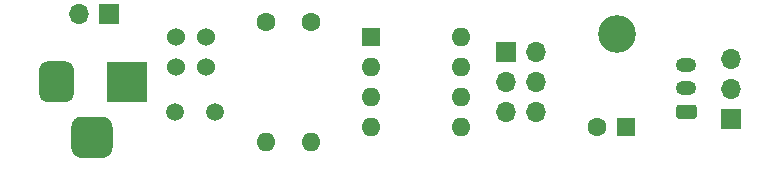
<source format=gbs>
%TF.GenerationSoftware,KiCad,Pcbnew,5.99.0+really5.1.10+dfsg1-1*%
%TF.CreationDate,2022-02-16T19:45:23+00:00*%
%TF.ProjectId,mayor,6d61796f-722e-46b6-9963-61645f706362,rev?*%
%TF.SameCoordinates,Original*%
%TF.FileFunction,Soldermask,Bot*%
%TF.FilePolarity,Negative*%
%FSLAX46Y46*%
G04 Gerber Fmt 4.6, Leading zero omitted, Abs format (unit mm)*
G04 Created by KiCad (PCBNEW 5.99.0+really5.1.10+dfsg1-1) date 2022-02-16 19:45:23*
%MOMM*%
%LPD*%
G01*
G04 APERTURE LIST*
%ADD10C,3.200000*%
%ADD11R,1.700000X1.700000*%
%ADD12O,1.700000X1.700000*%
%ADD13R,1.600000X1.600000*%
%ADD14O,1.600000X1.600000*%
%ADD15C,1.600000*%
%ADD16R,3.500000X3.500000*%
%ADD17O,1.750000X1.200000*%
%ADD18C,1.500000*%
%ADD19C,1.524000*%
G04 APERTURE END LIST*
D10*
%TO.C,REF\u002A\u002A*%
X130000000Y-94000000D03*
%TD*%
D11*
%TO.C,J2*%
X120650000Y-95520000D03*
D12*
X123190000Y-95520000D03*
X120650000Y-98060000D03*
X123190000Y-98060000D03*
X120650000Y-100600000D03*
X123190000Y-100600000D03*
%TD*%
D13*
%TO.C,U1*%
X109220000Y-94250000D03*
D14*
X116840000Y-101870000D03*
X109220000Y-96790000D03*
X116840000Y-99330000D03*
X109220000Y-99330000D03*
X116840000Y-96790000D03*
X109220000Y-101870000D03*
X116840000Y-94250000D03*
%TD*%
D13*
%TO.C,C1*%
X130810000Y-101870000D03*
D15*
X128310000Y-101870000D03*
%TD*%
D16*
%TO.C,J1*%
X88550000Y-98060000D03*
G36*
G01*
X81050000Y-99060000D02*
X81050000Y-97060000D01*
G75*
G02*
X81800000Y-96310000I750000J0D01*
G01*
X83300000Y-96310000D01*
G75*
G02*
X84050000Y-97060000I0J-750000D01*
G01*
X84050000Y-99060000D01*
G75*
G02*
X83300000Y-99810000I-750000J0D01*
G01*
X81800000Y-99810000D01*
G75*
G02*
X81050000Y-99060000I0J750000D01*
G01*
G37*
G36*
G01*
X83800000Y-103635000D02*
X83800000Y-101885000D01*
G75*
G02*
X84675000Y-101010000I875000J0D01*
G01*
X86425000Y-101010000D01*
G75*
G02*
X87300000Y-101885000I0J-875000D01*
G01*
X87300000Y-103635000D01*
G75*
G02*
X86425000Y-104510000I-875000J0D01*
G01*
X84675000Y-104510000D01*
G75*
G02*
X83800000Y-103635000I0J875000D01*
G01*
G37*
%TD*%
%TO.C,J3*%
G36*
G01*
X136515001Y-101200000D02*
X135264999Y-101200000D01*
G75*
G02*
X135015000Y-100950001I0J249999D01*
G01*
X135015000Y-100249999D01*
G75*
G02*
X135264999Y-100000000I249999J0D01*
G01*
X136515001Y-100000000D01*
G75*
G02*
X136765000Y-100249999I0J-249999D01*
G01*
X136765000Y-100950001D01*
G75*
G02*
X136515001Y-101200000I-249999J0D01*
G01*
G37*
D17*
X135890000Y-98600000D03*
X135890000Y-96600000D03*
%TD*%
D15*
%TO.C,R1*%
X104140000Y-92980000D03*
D14*
X104140000Y-103140000D03*
%TD*%
D18*
%TO.C,R2*%
X92595001Y-100600000D03*
X95995001Y-100600000D03*
%TD*%
D14*
%TO.C,R3*%
X100330000Y-103140000D03*
D15*
X100330000Y-92980000D03*
%TD*%
D19*
%TO.C,SW1*%
X95250000Y-96790000D03*
X95250000Y-94250000D03*
X92710000Y-96790000D03*
X92710000Y-94250000D03*
%TD*%
D11*
%TO.C,J4*%
X86995000Y-92345000D03*
D12*
X84455000Y-92345000D03*
%TD*%
D11*
%TO.C,J5*%
X139700000Y-101235000D03*
D12*
X139700000Y-98695000D03*
X139700000Y-96155000D03*
%TD*%
M02*

</source>
